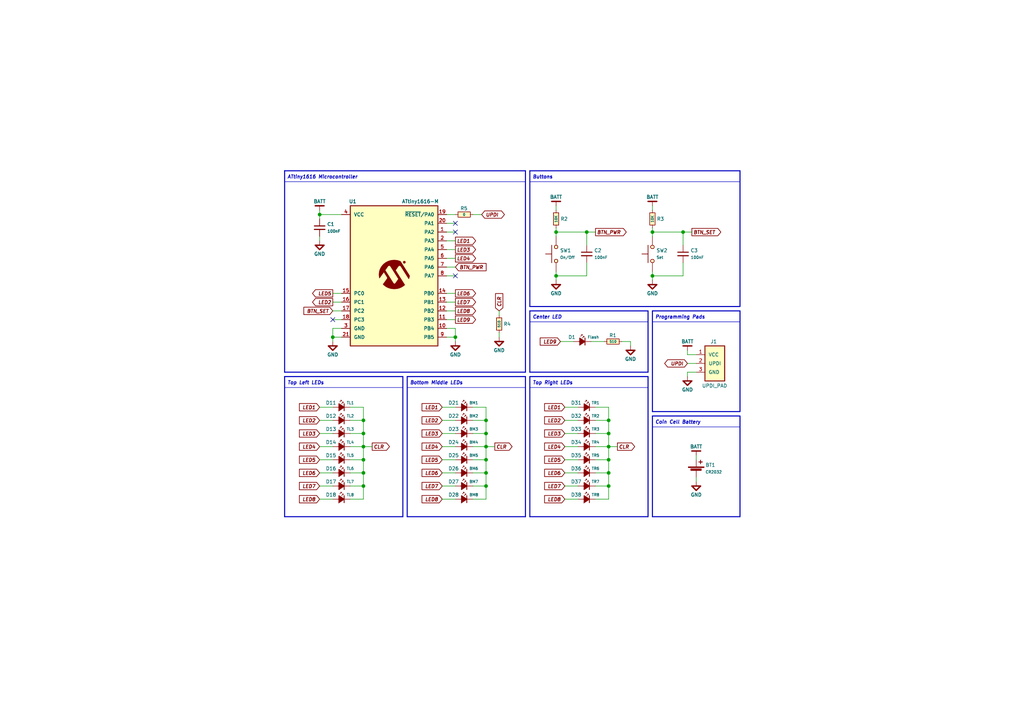
<source format=kicad_sch>
(kicad_sch (version 20211123) (generator eeschema)
  (paper "A4")
  (title_block (title "Flux Capacitor Micro") (date "2022-07-08") (rev "3.0A") (company "Curious Design Labs | Hojadurdy Durdygylyjov") (comment 1 "Micro version of Flux Capacitor from the movie Back to the Future") (comment 2 "CC BY-NC-SA 4.0"))
  (lib_symbols
    (symbol "HDLib_Connector:UPDI_PAD" (pin_names (offset 1))
      (property "Reference" "J" (at 0 6.35 0))
      (property "Value" "UPDI_PAD" (at 0.254 -6.477 0))
      (symbol "UPDI_PAD_1_1"
        (pin power_in line (at -5.08 2.54 0) (length 2.54) (name "VCC") (number "1"))
        (pin bidirectional line (at -5.08 0 0) (length 2.54) (name "UPDI") (number "2"))
        (pin power_in line (at -5.08 -2.54 0) (length 2.54) (name "GND") (number "3"))
      )
    )
    (symbol "HDLib_Device:Battery_Cell" (pin_numbers hide) (pin_names (offset 0) hide)
      (property "Reference" "BT" (at 2.667 1.016 0))
      (property "Value" "Battery_Cell" (at 2.667 -1.016 0))
      (symbol "Battery_Cell_1_1"
        (pin power_out line (at 0 2.54 270) (length 2.2) (name "+") (number "1"))
        (pin power_out line (at 0 -2.54 90) (length 2.2) (name "-") (number "2"))
      )
    )
    (symbol "HDLib_LED:LED_Small" (pin_numbers hide) (pin_names (offset 0.3) hide)
      (property "Reference" "D" (at 0 3.175 0))
      (property "Value" "LED_Small" (at 0 -2.159 0))
      (symbol "LED_Small_1_1"
        (pin passive line (at 2.54 0 180) (length 1.778) (name "K") (number "1"))
        (pin passive line (at -2.54 0 0) (length 1.778) (name "A") (number "2"))
      )
    )
    (symbol "HDLib_Microcontroller:ATtiny1616-M" (pin_names (offset 1))
      (property "Reference" "U" (at -13.081 21.59 0))
      (property "Value" "ATtiny1616-M" (at 12.954 21.59 0))
      (symbol "ATtiny1616-M_1_1"
        (pin bidirectional line (at 15.24 12.7 180) (length 2.54) (name "PA2") (number "1"))
        (pin bidirectional line (at 15.24 -15.24 180) (length 2.54) (name "PB4") (number "10"))
        (pin bidirectional line (at 15.24 -12.7 180) (length 2.54) (name "PB3") (number "11"))
        (pin bidirectional line (at 15.24 -10.16 180) (length 2.54) (name "PB2") (number "12"))
        (pin bidirectional line (at 15.24 -7.62 180) (length 2.54) (name "PB1") (number "13"))
        (pin bidirectional line (at 15.24 -5.08 180) (length 2.54) (name "PB0") (number "14"))
        (pin bidirectional line (at -15.24 -5.08 0) (length 2.54) (name "PC0") (number "15"))
        (pin bidirectional line (at -15.24 -7.62 0) (length 2.54) (name "PC1") (number "16"))
        (pin bidirectional line (at -15.24 -10.16 0) (length 2.54) (name "PC2") (number "17"))
        (pin bidirectional line (at -15.24 -12.7 0) (length 2.54) (name "PC3") (number "18"))
        (pin bidirectional line (at 15.24 17.78 180) (length 2.54) (name "~{RESET}/PA0") (number "19"))
        (pin bidirectional line (at 15.24 10.16 180) (length 2.54) (name "PA3") (number "2"))
        (pin bidirectional line (at 15.24 15.24 180) (length 2.54) (name "PA1") (number "20"))
        (pin power_in line (at -15.24 -17.78 0) (length 2.54) (name "GND") (number "21"))
        (pin power_in line (at -15.24 -15.24 0) (length 2.54) (name "GND") (number "3"))
        (pin power_in line (at -15.24 17.78 0) (length 2.54) (name "VCC") (number "4"))
        (pin bidirectional line (at 15.24 7.62 180) (length 2.54) (name "PA4") (number "5"))
        (pin bidirectional line (at 15.24 5.08 180) (length 2.54) (name "PA5") (number "6"))
        (pin bidirectional line (at 15.24 2.54 180) (length 2.54) (name "PA6") (number "7"))
        (pin bidirectional line (at 15.24 0 180) (length 2.54) (name "PA7") (number "8"))
        (pin bidirectional line (at 15.24 -17.78 180) (length 2.54) (name "PB5") (number "9"))
      )
    )
    (symbol "HDLib_Passives:C_Small" (pin_numbers hide) (pin_names (offset 0.254) hide)
      (property "Reference" "C" (at 2.159 1.016 0))
      (property "Value" "C_Small" (at 2.2098 -1.016 0))
      (symbol "C_Small_1_1"
        (pin passive line (at 0 2.54 270) (length 2.032) (name "~") (number "1"))
        (pin passive line (at 0 -2.54 90) (length 2.032) (name "~") (number "2"))
      )
    )
    (symbol "HDLib_Passives:R_Small" (pin_numbers hide) (pin_names (offset 0.254) hide)
      (property "Reference" "R" (at 1.27 0 0))
      (property "Value" "R_Small" (at 0 0 90))
      (symbol "R_Small_1_1"
        (pin passive line (at 0 2.54 270) (length 0.762) (name "~") (number "1"))
        (pin passive line (at 0 -2.54 90) (length 0.762) (name "~") (number "2"))
      )
    )
    (symbol "HDLib_PowerSymbol:BATT" (power) (pin_names (offset 0))
      (property "Value" "BATT" (at 0 2.54 0))
      (symbol "BATT_1_1"
        (pin power_in line (at 0 0 90) (length 0) hide (name "BATT") (number "1"))
      )
    )
    (symbol "HDLib_PowerSymbol:GND" (power) (pin_names (offset 0))
      (property "Value" "GND" (at 0 -3.81 0))
      (symbol "GND_1_1"
        (pin power_in line (at 0 0 270) (length 0) hide (name "GND") (number "1"))
      )
    )
    (symbol "HDLib_Switch:SW_Push" (pin_numbers hide) (pin_names (offset 1.016) hide)
      (property "Reference" "SW" (at 1.143 1.016 0))
      (property "Value" "SW_Push" (at 1.143 -1.016 0))
      (symbol "SW_Push_0_1"
        (pin passive line (at 0 -5.08 90) (length 2.54) (name "1") (number "1"))
        (pin passive line (at 0 5.08 270) (length 2.54) (name "2") (number "2"))
      )
    )
  )
  (junction (at 161.29 80.01))
  (junction (at 140.97 125.73))
  (junction (at 176.53 129.54))
  (junction (at 140.97 133.35))
  (junction (at 161.29 67.31))
  (junction (at 105.41 137.16))
  (junction (at 92.71 62.23))
  (junction (at 176.53 137.16))
  (junction (at 176.53 133.35))
  (junction (at 198.12 67.31))
  (junction (at 105.41 125.73))
  (junction (at 96.52 97.79))
  (junction (at 189.23 80.01))
  (junction (at 105.41 140.97))
  (junction (at 170.18 67.31))
  (junction (at 105.41 129.54))
  (junction (at 189.23 67.31))
  (junction (at 140.97 121.92))
  (junction (at 176.53 125.73))
  (junction (at 140.97 129.54))
  (junction (at 140.97 137.16))
  (junction (at 140.97 140.97))
  (junction (at 132.08 97.79))
  (junction (at 176.53 140.97))
  (junction (at 105.41 133.35))
  (junction (at 176.53 121.92))
  (junction (at 105.41 121.92))
  (no_connect (at 132.08 80.01))
  (no_connect (at 132.08 64.77))
  (no_connect (at 132.08 67.31))
  (no_connect (at 96.52 92.71))
  (wire (pts (xy 96.52 92.71) (xy 99.06 92.71)))
  (polyline (pts (xy 153.67 149.86) (xy 187.96 149.86)) (stroke (width 0.3) (type solid)))
  (polyline (pts (xy 214.63 120.65) (xy 214.63 149.86)) (stroke (width 0.3) (type solid)))
  (wire (pts (xy 163.83 118.11) (xy 167.64 118.11)))
  (polyline (pts (xy 153.67 93.345) (xy 187.96 93.345)) (stroke (width 0.15) (type solid)))
  (wire (pts (xy 96.52 97.79) (xy 99.06 97.79)))
  (wire (pts (xy 101.6 140.97) (xy 105.41 140.97)))
  (wire (pts (xy 198.12 80.01) (xy 189.23 80.01)))
  (wire (pts (xy 128.27 144.78) (xy 132.08 144.78)))
  (wire (pts (xy 132.08 95.25) (xy 132.08 97.79)))
  (wire (pts (xy 172.72 144.78) (xy 176.53 144.78)))
  (wire (pts (xy 163.83 125.73) (xy 167.64 125.73)))
  (wire (pts (xy 189.23 66.04) (xy 189.23 67.31)))
  (wire (pts (xy 161.29 80.01) (xy 161.29 81.28)))
  (wire (pts (xy 140.97 118.11) (xy 140.97 121.92)))
  (polyline (pts (xy 153.67 107.95) (xy 187.96 107.95)) (stroke (width 0.3) (type solid)))
  (wire (pts (xy 105.41 121.92) (xy 105.41 125.73)))
  (wire (pts (xy 176.53 118.11) (xy 176.53 121.92)))
  (wire (pts (xy 180.34 99.06) (xy 182.88 99.06)))
  (wire (pts (xy 172.72 133.35) (xy 176.53 133.35)))
  (wire (pts (xy 129.54 85.09) (xy 132.08 85.09)))
  (polyline (pts (xy 214.63 90.17) (xy 189.23 90.17)) (stroke (width 0.3) (type solid)))
  (wire (pts (xy 176.53 137.16) (xy 176.53 140.97)))
  (wire (pts (xy 172.72 125.73) (xy 176.53 125.73)))
  (wire (pts (xy 161.29 59.69) (xy 161.29 60.96)))
  (polyline (pts (xy 153.67 112.395) (xy 187.96 112.395)) (stroke (width 0.15) (type solid)))
  (wire (pts (xy 201.93 102.87) (xy 199.39 102.87)))
  (polyline (pts (xy 189.23 120.65) (xy 189.23 149.86)) (stroke (width 0.3) (type solid)))
  (wire (pts (xy 189.23 80.01) (xy 189.23 81.28)))
  (wire (pts (xy 132.08 97.79) (xy 132.08 99.06)))
  (wire (pts (xy 137.16 121.92) (xy 140.97 121.92)))
  (polyline (pts (xy 214.63 49.53) (xy 214.63 88.9)) (stroke (width 0.3) (type solid)))
  (wire (pts (xy 128.27 129.54) (xy 132.08 129.54)))
  (wire (pts (xy 128.27 125.73) (xy 132.08 125.73)))
  (wire (pts (xy 101.6 129.54) (xy 105.41 129.54)))
  (wire (pts (xy 172.72 129.54) (xy 176.53 129.54)))
  (wire (pts (xy 105.41 137.16) (xy 105.41 140.97)))
  (wire (pts (xy 172.72 121.92) (xy 176.53 121.92)))
  (wire (pts (xy 96.52 97.79) (xy 96.52 99.06)))
  (wire (pts (xy 189.23 80.01) (xy 189.23 78.74)))
  (polyline (pts (xy 82.55 49.53) (xy 82.55 107.95)) (stroke (width 0.3) (type solid)))
  (wire (pts (xy 137.16 133.35) (xy 140.97 133.35)))
  (wire (pts (xy 128.27 133.35) (xy 132.08 133.35)))
  (wire (pts (xy 198.12 76.2) (xy 198.12 80.01)))
  (wire (pts (xy 140.97 137.16) (xy 140.97 140.97)))
  (wire (pts (xy 163.83 144.78) (xy 167.64 144.78)))
  (wire (pts (xy 182.88 99.06) (xy 182.88 100.33)))
  (wire (pts (xy 163.83 133.35) (xy 167.64 133.35)))
  (polyline (pts (xy 153.67 52.705) (xy 214.63 52.705)) (stroke (width 0.15) (type solid)))
  (wire (pts (xy 176.53 133.35) (xy 176.53 137.16)))
  (polyline (pts (xy 118.11 109.22) (xy 118.11 149.86)) (stroke (width 0.3) (type solid)))
  (polyline (pts (xy 187.96 109.22) (xy 187.96 149.86)) (stroke (width 0.3) (type solid)))
  (polyline (pts (xy 118.11 112.395) (xy 152.4 112.395)) (stroke (width 0.15) (type solid)))
  (polyline (pts (xy 214.63 149.86) (xy 189.23 149.86)) (stroke (width 0.3) (type solid)))
  (wire (pts (xy 129.54 97.79) (xy 132.08 97.79)))
  (polyline (pts (xy 118.11 109.22) (xy 152.4 109.22)) (stroke (width 0.3) (type solid)))
  (wire (pts (xy 129.54 74.93) (xy 132.08 74.93)))
  (wire (pts (xy 96.52 90.17) (xy 99.06 90.17)))
  (wire (pts (xy 189.23 59.69) (xy 189.23 60.96)))
  (polyline (pts (xy 187.96 107.95) (xy 187.96 90.17)) (stroke (width 0.3) (type solid)))
  (wire (pts (xy 92.71 62.23) (xy 99.06 62.23)))
  (wire (pts (xy 172.72 118.11) (xy 176.53 118.11)))
  (polyline (pts (xy 116.84 109.22) (xy 116.84 149.86)) (stroke (width 0.3) (type solid)))
  (wire (pts (xy 92.71 68.58) (xy 92.71 69.85)))
  (wire (pts (xy 161.29 67.31) (xy 170.18 67.31)))
  (wire (pts (xy 105.41 133.35) (xy 105.41 137.16)))
  (wire (pts (xy 137.16 144.78) (xy 140.97 144.78)))
  (wire (pts (xy 199.39 107.95) (xy 199.39 109.22)))
  (wire (pts (xy 129.54 92.71) (xy 132.08 92.71)))
  (wire (pts (xy 92.71 129.54) (xy 96.52 129.54)))
  (polyline (pts (xy 153.67 49.53) (xy 153.67 88.9)) (stroke (width 0.3) (type solid)))
  (wire (pts (xy 101.6 125.73) (xy 105.41 125.73)))
  (wire (pts (xy 129.54 80.01) (xy 132.08 80.01)))
  (wire (pts (xy 128.27 121.92) (xy 132.08 121.92)))
  (wire (pts (xy 162.56 99.06) (xy 166.37 99.06)))
  (wire (pts (xy 170.18 67.31) (xy 170.18 71.12)))
  (wire (pts (xy 176.53 129.54) (xy 176.53 133.35)))
  (wire (pts (xy 96.52 85.09) (xy 99.06 85.09)))
  (polyline (pts (xy 187.96 90.17) (xy 153.67 90.17)) (stroke (width 0.3) (type solid)))
  (polyline (pts (xy 153.67 109.22) (xy 187.96 109.22)) (stroke (width 0.3) (type solid)))
  (wire (pts (xy 137.16 140.97) (xy 140.97 140.97)))
  (wire (pts (xy 92.71 125.73) (xy 96.52 125.73)))
  (wire (pts (xy 105.41 129.54) (xy 105.41 133.35)))
  (wire (pts (xy 199.39 105.41) (xy 201.93 105.41)))
  (wire (pts (xy 101.6 118.11) (xy 105.41 118.11)))
  (polyline (pts (xy 189.23 90.17) (xy 189.23 119.38)) (stroke (width 0.3) (type solid)))
  (wire (pts (xy 129.54 67.31) (xy 132.08 67.31)))
  (polyline (pts (xy 189.23 119.38) (xy 214.63 119.38)) (stroke (width 0.3) (type solid)))
  (wire (pts (xy 101.6 137.16) (xy 105.41 137.16)))
  (wire (pts (xy 105.41 118.11) (xy 105.41 121.92)))
  (polyline (pts (xy 82.55 109.22) (xy 116.84 109.22)) (stroke (width 0.3) (type solid)))
  (wire (pts (xy 140.97 129.54) (xy 143.51 129.54)))
  (wire (pts (xy 92.71 121.92) (xy 96.52 121.92)))
  (wire (pts (xy 199.39 102.87) (xy 199.39 101.6)))
  (wire (pts (xy 128.27 118.11) (xy 132.08 118.11)))
  (wire (pts (xy 92.71 63.5) (xy 92.71 62.23)))
  (wire (pts (xy 201.93 138.43) (xy 201.93 139.7)))
  (wire (pts (xy 140.97 125.73) (xy 140.97 129.54)))
  (wire (pts (xy 163.83 121.92) (xy 167.64 121.92)))
  (wire (pts (xy 201.93 132.08) (xy 201.93 133.35)))
  (wire (pts (xy 170.18 67.31) (xy 172.72 67.31)))
  (polyline (pts (xy 189.23 123.825) (xy 214.63 123.825)) (stroke (width 0.15) (type solid)))
  (polyline (pts (xy 82.55 149.86) (xy 116.84 149.86)) (stroke (width 0.3) (type solid)))
  (polyline (pts (xy 82.55 52.705) (xy 152.4 52.705)) (stroke (width 0.15) (type solid)))
  (wire (pts (xy 176.53 121.92) (xy 176.53 125.73)))
  (wire (pts (xy 137.16 125.73) (xy 140.97 125.73)))
  (wire (pts (xy 101.6 121.92) (xy 105.41 121.92)))
  (wire (pts (xy 189.23 68.58) (xy 189.23 67.31)))
  (wire (pts (xy 129.54 64.77) (xy 132.08 64.77)))
  (polyline (pts (xy 153.67 49.53) (xy 214.63 49.53)) (stroke (width 0.3) (type solid)))
  (wire (pts (xy 129.54 87.63) (xy 132.08 87.63)))
  (wire (pts (xy 92.71 118.11) (xy 96.52 118.11)))
  (polyline (pts (xy 214.63 120.65) (xy 189.23 120.65)) (stroke (width 0.3) (type solid)))
  (wire (pts (xy 137.16 62.23) (xy 139.7 62.23)))
  (wire (pts (xy 105.41 129.54) (xy 107.95 129.54)))
  (wire (pts (xy 176.53 140.97) (xy 176.53 144.78)))
  (wire (pts (xy 140.97 140.97) (xy 140.97 144.78)))
  (wire (pts (xy 129.54 77.47) (xy 132.08 77.47)))
  (wire (pts (xy 96.52 95.25) (xy 96.52 97.79)))
  (wire (pts (xy 198.12 67.31) (xy 200.66 67.31)))
  (wire (pts (xy 99.06 95.25) (xy 96.52 95.25)))
  (polyline (pts (xy 82.55 49.53) (xy 152.4 49.53)) (stroke (width 0.3) (type solid)))
  (wire (pts (xy 163.83 137.16) (xy 167.64 137.16)))
  (wire (pts (xy 198.12 67.31) (xy 198.12 71.12)))
  (wire (pts (xy 140.97 133.35) (xy 140.97 137.16)))
  (wire (pts (xy 201.93 107.95) (xy 199.39 107.95)))
  (wire (pts (xy 129.54 72.39) (xy 132.08 72.39)))
  (wire (pts (xy 189.23 67.31) (xy 198.12 67.31)))
  (wire (pts (xy 172.72 140.97) (xy 176.53 140.97)))
  (polyline (pts (xy 153.67 88.9) (xy 214.63 88.9)) (stroke (width 0.3) (type solid)))
  (wire (pts (xy 176.53 125.73) (xy 176.53 129.54)))
  (wire (pts (xy 129.54 69.85) (xy 132.08 69.85)))
  (polyline (pts (xy 152.4 49.53) (xy 152.4 107.95)) (stroke (width 0.3) (type solid)))
  (wire (pts (xy 128.27 140.97) (xy 132.08 140.97)))
  (wire (pts (xy 172.72 137.16) (xy 176.53 137.16)))
  (wire (pts (xy 140.97 121.92) (xy 140.97 125.73)))
  (wire (pts (xy 101.6 133.35) (xy 105.41 133.35)))
  (wire (pts (xy 129.54 90.17) (xy 132.08 90.17)))
  (wire (pts (xy 105.41 140.97) (xy 105.41 144.78)))
  (polyline (pts (xy 153.67 109.22) (xy 153.67 149.86)) (stroke (width 0.3) (type solid)))
  (polyline (pts (xy 153.67 90.17) (xy 153.67 107.95)) (stroke (width 0.3) (type solid)))
  (wire (pts (xy 137.16 118.11) (xy 140.97 118.11)))
  (wire (pts (xy 92.71 144.78) (xy 96.52 144.78)))
  (polyline (pts (xy 82.55 107.95) (xy 152.4 107.95)) (stroke (width 0.3) (type solid)))
  (wire (pts (xy 92.71 137.16) (xy 96.52 137.16)))
  (wire (pts (xy 101.6 144.78) (xy 105.41 144.78)))
  (wire (pts (xy 161.29 80.01) (xy 161.29 78.74)))
  (wire (pts (xy 105.41 125.73) (xy 105.41 129.54)))
  (polyline (pts (xy 189.23 93.345) (xy 214.63 93.345)) (stroke (width 0.15) (type solid)))
  (polyline (pts (xy 82.55 109.22) (xy 82.55 149.86)) (stroke (width 0.3) (type solid)))
  (wire (pts (xy 96.52 87.63) (xy 99.06 87.63)))
  (wire (pts (xy 170.18 80.01) (xy 161.29 80.01)))
  (wire (pts (xy 92.71 133.35) (xy 96.52 133.35)))
  (polyline (pts (xy 152.4 109.22) (xy 152.4 149.86)) (stroke (width 0.3) (type solid)))
  (wire (pts (xy 161.29 68.58) (xy 161.29 67.31)))
  (wire (pts (xy 140.97 129.54) (xy 140.97 133.35)))
  (wire (pts (xy 129.54 62.23) (xy 132.08 62.23)))
  (polyline (pts (xy 82.55 112.395) (xy 116.84 112.395)) (stroke (width 0.15) (type solid)))
  (wire (pts (xy 92.71 60.96) (xy 92.71 62.23)))
  (wire (pts (xy 144.78 90.17) (xy 144.78 91.44)))
  (wire (pts (xy 163.83 140.97) (xy 167.64 140.97)))
  (wire (pts (xy 170.18 76.2) (xy 170.18 80.01)))
  (wire (pts (xy 128.27 137.16) (xy 132.08 137.16)))
  (polyline (pts (xy 214.63 90.17) (xy 214.63 119.38)) (stroke (width 0.3) (type solid)))
  (wire (pts (xy 137.16 137.16) (xy 140.97 137.16)))
  (wire (pts (xy 171.45 99.06) (xy 175.26 99.06)))
  (wire (pts (xy 92.71 140.97) (xy 96.52 140.97)))
  (polyline (pts (xy 118.11 149.86) (xy 152.4 149.86)) (stroke (width 0.3) (type solid)))
  (wire (pts (xy 161.29 66.04) (xy 161.29 67.31)))
  (wire (pts (xy 137.16 129.54) (xy 140.97 129.54)))
  (wire (pts (xy 144.78 96.52) (xy 144.78 97.79)))
  (wire (pts (xy 129.54 95.25) (xy 132.08 95.25)))
  (wire (pts (xy 176.53 129.54) (xy 179.07 129.54)))
  (wire (pts (xy 163.83 129.54) (xy 167.64 129.54)))
  (text "Coin Cell Battery" (at 189.992 123.19 0) (effects (font (size 1 1) (thickness 0.2) bold italic) (justify left bottom)))
  (text "Center LED" (at 154.432 92.71 0) (effects (font (size 1 1) (thickness 0.2) bold italic) (justify left bottom)))
  (text "Top Right LEDs" (at 154.432 111.76 0) (effects (font (size 1 1) (thickness 0.2) bold italic) (justify left bottom)))
  (text "Bottom Middle LEDs" (at 118.872 111.76 0) (effects (font (size 1 1) (thickness 0.2) bold italic) (justify left bottom)))
  (text "Top Left LEDs" (at 83.312 111.76 0) (effects (font (size 1 1) (thickness 0.2) bold italic) (justify left bottom)))
  (text "Programming Pads" (at 189.992 92.71 0) (effects (font (size 1 1) (thickness 0.2) bold italic) (justify left bottom)))
  (text "ATtiny1616 Microcontroller" (at 83.312 52.07 0) (effects (font (size 1 1) (thickness 0.2) bold italic) (justify left bottom)))
  (text "Buttons" (at 154.432 52.07 0) (effects (font (size 1 1) (thickness 0.2) bold italic) (justify left bottom)))
  (global_label "LED3" (shape input) (at 163.83 125.73 180) (effects (font (size 1 1) (thickness 0.2) bold italic)) (property "Intersheet References" "${INTERSHEET_REFS}" (effects hide)))
  (global_label "LED8" (shape input) (at 128.27 144.78 180) (effects (font (size 1 1) (thickness 0.2) bold italic)) (property "Intersheet References" "${INTERSHEET_REFS}" (effects hide)))
  (global_label "LED3" (shape input) (at 128.27 125.73 180) (effects (font (size 1 1) (thickness 0.2) bold italic)) (property "Intersheet References" "${INTERSHEET_REFS}" (effects hide)))
  (global_label "LED7" (shape input) (at 128.27 140.97 180) (effects (font (size 1 1) (thickness 0.2) bold italic)) (property "Intersheet References" "${INTERSHEET_REFS}" (effects hide)))
  (global_label "LED4" (shape input) (at 128.27 129.54 180) (effects (font (size 1 1) (thickness 0.2) bold italic)) (property "Intersheet References" "${INTERSHEET_REFS}" (effects hide)))
  (global_label "LED8" (shape input) (at 163.83 144.78 180) (effects (font (size 1 1) (thickness 0.2) bold italic)) (property "Intersheet References" "${INTERSHEET_REFS}" (effects hide)))
  (global_label "LED1" (shape input) (at 128.27 118.11 180) (effects (font (size 1 1) (thickness 0.2) bold italic)) (property "Intersheet References" "${INTERSHEET_REFS}" (effects hide)))
  (global_label "LED4" (shape output) (at 132.08 74.93 0) (effects (font (size 1 1) (thickness 0.2) bold italic)) (property "Intersheet References" "${INTERSHEET_REFS}" (effects hide)))
  (global_label "LED3" (shape output) (at 132.08 72.39 0) (effects (font (size 1 1) (thickness 0.2) bold italic)) (property "Intersheet References" "${INTERSHEET_REFS}" (effects hide)))
  (global_label "LED2" (shape input) (at 163.83 121.92 180) (effects (font (size 1 1) (thickness 0.2) bold italic)) (property "Intersheet References" "${INTERSHEET_REFS}" (effects hide)))
  (global_label "BTN_PWR" (shape output) (at 172.72 67.31 0) (effects (font (size 1 1) (thickness 0.2) bold italic)) (property "Intersheet References" "${INTERSHEET_REFS}" (effects hide)))
  (global_label "LED2" (shape input) (at 92.71 121.92 180) (effects (font (size 1 1) (thickness 0.2) bold italic)) (property "Intersheet References" "${INTERSHEET_REFS}" (effects hide)))
  (global_label "LED5" (shape input) (at 92.71 133.35 180) (effects (font (size 1 1) (thickness 0.2) bold italic)) (property "Intersheet References" "${INTERSHEET_REFS}" (effects hide)))
  (global_label "LED1" (shape input) (at 92.71 118.11 180) (effects (font (size 1 1) (thickness 0.2) bold italic)) (property "Intersheet References" "${INTERSHEET_REFS}" (effects hide)))
  (global_label "LED2" (shape input) (at 128.27 121.92 180) (effects (font (size 1 1) (thickness 0.2) bold italic)) (property "Intersheet References" "${INTERSHEET_REFS}" (effects hide)))
  (global_label "LED2" (shape output) (at 96.52 87.63 180) (effects (font (size 1 1) (thickness 0.2) bold italic)) (property "Intersheet References" "${INTERSHEET_REFS}" (effects hide)))
  (global_label "BTN_SET" (shape output) (at 200.66 67.31 0) (effects (font (size 1 1) (thickness 0.2) bold italic)) (property "Intersheet References" "${INTERSHEET_REFS}" (effects hide)))
  (global_label "LED6" (shape input) (at 128.27 137.16 180) (effects (font (size 1 1) (thickness 0.2) bold italic)) (property "Intersheet References" "${INTERSHEET_REFS}" (effects hide)))
  (global_label "LED6" (shape input) (at 163.83 137.16 180) (effects (font (size 1 1) (thickness 0.2) bold italic)) (property "Intersheet References" "${INTERSHEET_REFS}" (effects hide)))
  (global_label "LED5" (shape input) (at 128.27 133.35 180) (effects (font (size 1 1) (thickness 0.2) bold italic)) (property "Intersheet References" "${INTERSHEET_REFS}" (effects hide)))
  (global_label "LED9" (shape output) (at 132.08 92.71 0) (effects (font (size 1 1) (thickness 0.2) bold italic)) (property "Intersheet References" "${INTERSHEET_REFS}" (effects hide)))
  (global_label "LED3" (shape input) (at 92.71 125.73 180) (effects (font (size 1 1) (thickness 0.2) bold italic)) (property "Intersheet References" "${INTERSHEET_REFS}" (effects hide)))
  (global_label "LED6" (shape input) (at 92.71 137.16 180) (effects (font (size 1 1) (thickness 0.2) bold italic)) (property "Intersheet References" "${INTERSHEET_REFS}" (effects hide)))
  (global_label "LED7" (shape input) (at 163.83 140.97 180) (effects (font (size 1 1) (thickness 0.2) bold italic)) (property "Intersheet References" "${INTERSHEET_REFS}" (effects hide)))
  (global_label "CLR" (shape output) (at 143.51 129.54 0) (effects (font (size 1 1) (thickness 0.2) bold italic)) (property "Intersheet References" "${INTERSHEET_REFS}" (effects hide)))
  (global_label "LED8" (shape input) (at 92.71 144.78 180) (effects (font (size 1 1) (thickness 0.2) bold italic)) (property "Intersheet References" "${INTERSHEET_REFS}" (effects hide)))
  (global_label "UPDI" (shape bidirectional) (at 139.7 62.23 0) (effects (font (size 1 1) (thickness 0.2) bold italic)) (property "Intersheet References" "${INTERSHEET_REFS}" (effects hide)))
  (global_label "LED8" (shape output) (at 132.08 90.17 0) (effects (font (size 1 1) (thickness 0.2) bold italic)) (property "Intersheet References" "${INTERSHEET_REFS}" (effects hide)))
  (global_label "CLR" (shape output) (at 107.95 129.54 0) (effects (font (size 1 1) (thickness 0.2) bold italic)) (property "Intersheet References" "${INTERSHEET_REFS}" (effects hide)))
  (global_label "LED7" (shape input) (at 92.71 140.97 180) (effects (font (size 1 1) (thickness 0.2) bold italic)) (property "Intersheet References" "${INTERSHEET_REFS}" (effects hide)))
  (global_label "UPDI" (shape bidirectional) (at 199.39 105.41 180) (effects (font (size 1 1) (thickness 0.2) bold italic)) (property "Intersheet References" "${INTERSHEET_REFS}" (effects hide)))
  (global_label "LED4" (shape input) (at 163.83 129.54 180) (effects (font (size 1 1) (thickness 0.2) bold italic)) (property "Intersheet References" "${INTERSHEET_REFS}" (effects hide)))
  (global_label "LED5" (shape output) (at 96.52 85.09 180) (effects (font (size 1 1) (thickness 0.2) bold italic)) (property "Intersheet References" "${INTERSHEET_REFS}" (effects hide)))
  (global_label "LED5" (shape input) (at 163.83 133.35 180) (effects (font (size 1 1) (thickness 0.2) bold italic)) (property "Intersheet References" "${INTERSHEET_REFS}" (effects hide)))
  (global_label "CLR" (shape input) (at 144.78 90.17 90) (effects (font (size 1 1) (thickness 0.2) bold italic)) (property "Intersheet References" "${INTERSHEET_REFS}" (effects hide)))
  (global_label "LED6" (shape output) (at 132.08 85.09 0) (effects (font (size 1 1) (thickness 0.2) bold italic)) (property "Intersheet References" "${INTERSHEET_REFS}" (effects hide)))
  (global_label "LED7" (shape output) (at 132.08 87.63 0) (effects (font (size 1 1) (thickness 0.2) bold italic)) (property "Intersheet References" "${INTERSHEET_REFS}" (effects hide)))
  (global_label "LED9" (shape input) (at 162.56 99.06 180) (effects (font (size 1 1) (thickness 0.2) bold italic)) (property "Intersheet References" "${INTERSHEET_REFS}" (effects hide)))
  (global_label "LED1" (shape output) (at 132.08 69.85 0) (effects (font (size 1 1) (thickness 0.2) bold italic)) (property "Intersheet References" "${INTERSHEET_REFS}" (effects hide)))
  (global_label "CLR" (shape output) (at 179.07 129.54 0) (effects (font (size 1 1) (thickness 0.2) bold italic)) (property "Intersheet References" "${INTERSHEET_REFS}" (effects hide)))
  (global_label "BTN_PWR" (shape input) (at 132.08 77.47 0) (effects (font (size 1 1) (thickness 0.2) bold italic)) (property "Intersheet References" "${INTERSHEET_REFS}" (effects hide)))
  (global_label "LED1" (shape input) (at 163.83 118.11 180) (effects (font (size 1 1) (thickness 0.2) bold italic)) (property "Intersheet References" "${INTERSHEET_REFS}" (effects hide)))
  (global_label "LED4" (shape input) (at 92.71 129.54 180) (effects (font (size 1 1) (thickness 0.2) bold italic)) (property "Intersheet References" "${INTERSHEET_REFS}" (effects hide)))
  (global_label "BTN_SET" (shape input) (at 96.52 90.17 180) (effects (font (size 1 1) (thickness 0.2) bold italic)) (property "Intersheet References" "${INTERSHEET_REFS}" (effects hide)))
  (symbol (lib_id "HDLib_Microcontroller:ATtiny1616-M") (at 114.3 80.01 0) (unit 1)
    (property "Reference" "U1" (at 101.219 58.42 0) (effects (font (size 1 1)) (justify left)))
    (property "Value" "ATtiny1616-M" (at 127.254 58.42 0) (effects (font (size 1 1)) (justify right)))
    (property "Footprint" "HDMod_Package_DFN_QFN:VQFN-20-1EP_3x3mm_P0.4mm_EP1.7x1.7mm" (effects hide))
    (property "Datasheet" "http://ww1.microchip.com/downloads/en/DeviceDoc/40001913A.pdf" (effects hide))
  )
  (symbol (lib_id "HDLib_PowerSymbol:BATT") (at 189.23 59.69 0) (unit 1)
    (property "Reference" "#PWR0103" (effects hide))
    (property "Value" "BATT" (at 189.23 57.15 0) (effects (font (size 1 1) bold)))
  )
  (symbol (lib_id "HDLib_LED:LED_Small") (at 99.06 137.16 0) (unit 1)
    (property "Reference" "D16" (at 96.012 135.89 0) (effects (font (size 1 1))))
    (property "Value" "TL6" (at 101.6 135.89 0) (effects (font (size 0.8 0.8))))
    (property "Footprint" "HDMod_LED_SMD:LED_0402_1005Metric" (effects hide))
  )
  (symbol (lib_id "HDLib_Passives:C_Small") (at 170.18 73.66 0) (unit 1)
    (property "Reference" "C2" (at 172.339 72.644 0) (effects (font (size 1 1)) (justify left)))
    (property "Value" "100nF" (at 172.3898 74.676 0) (effects (font (size 0.8 0.8)) (justify left)))
    (property "Footprint" "HDMod_Capacitor_SMD:C_0402_1005Metric" (effects hide))
  )
  (symbol (lib_id "HDLib_PowerSymbol:GND") (at 96.52 99.06 0) (unit 1)
    (property "Reference" "#PWR0112" (effects hide))
    (property "Value" "GND" (at 96.52 102.87 0) (effects (font (size 1 1) bold)))
  )
  (symbol (lib_id "HDLib_Passives:R_Small") (at 177.8 99.06 90) (unit 1)
    (property "Reference" "R1" (at 178.816 97.282 90) (effects (font (size 1 1)) (justify left)))
    (property "Value" "510" (at 177.8 99.06 90) (effects (font (size 0.7 0.7))))
    (property "Footprint" "HDMod_Resistor_SMD:R_0402_1005Metric" (effects hide))
  )
  (symbol (lib_id "HDLib_LED:LED_Small") (at 170.18 118.11 0) (unit 1)
    (property "Reference" "D31" (at 167.132 116.84 0) (effects (font (size 1 1))))
    (property "Value" "TR1" (at 172.72 116.84 0) (effects (font (size 0.8 0.8))))
    (property "Footprint" "HDMod_LED_SMD:LED_0402_1005Metric" (effects hide))
  )
  (symbol (lib_id "HDLib_LED:LED_Small") (at 99.06 121.92 0) (unit 1)
    (property "Reference" "D12" (at 96.012 120.65 0) (effects (font (size 1 1))))
    (property "Value" "TL2" (at 101.6 120.65 0) (effects (font (size 0.8 0.8))))
    (property "Footprint" "HDMod_LED_SMD:LED_0402_1005Metric" (effects hide))
  )
  (symbol (lib_id "HDLib_LED:LED_Small") (at 170.18 133.35 0) (unit 1)
    (property "Reference" "D35" (at 167.132 132.08 0) (effects (font (size 1 1))))
    (property "Value" "TR5" (at 172.72 132.08 0) (effects (font (size 0.8 0.8))))
    (property "Footprint" "HDMod_LED_SMD:LED_0402_1005Metric" (effects hide))
  )
  (symbol (lib_id "HDLib_PowerSymbol:BATT") (at 201.93 132.08 0) (unit 1)
    (property "Reference" "#PWR0106" (effects hide))
    (property "Value" "BATT" (at 201.93 129.54 0) (effects (font (size 1 1) bold)))
  )
  (symbol (lib_id "HDLib_Passives:R_Small") (at 134.62 62.23 90) (unit 1)
    (property "Reference" "R5" (at 135.636 60.452 90) (effects (font (size 1 1)) (justify left)))
    (property "Value" "0" (at 134.62 62.23 90) (effects (font (size 0.7 0.7))))
    (property "Footprint" "HDMod_Resistor_SMD:R_0402_1005Metric" (effects hide))
  )
  (symbol (lib_id "HDLib_PowerSymbol:GND") (at 199.39 109.22 0) (unit 1)
    (property "Reference" "#PWR0108" (effects hide))
    (property "Value" "GND" (at 199.39 113.03 0) (effects (font (size 1 1) bold)))
  )
  (symbol (lib_id "HDLib_LED:LED_Small") (at 99.06 144.78 0) (unit 1)
    (property "Reference" "D18" (at 96.012 143.51 0) (effects (font (size 1 1))))
    (property "Value" "TL8" (at 101.6 143.51 0) (effects (font (size 0.8 0.8))))
    (property "Footprint" "HDMod_LED_SMD:LED_0402_1005Metric" (effects hide))
  )
  (symbol (lib_id "HDLib_LED:LED_Small") (at 99.06 118.11 0) (unit 1)
    (property "Reference" "D11" (at 96.012 116.84 0) (effects (font (size 1 1))))
    (property "Value" "TL1" (at 101.6 116.84 0) (effects (font (size 0.8 0.8))))
    (property "Footprint" "HDMod_LED_SMD:LED_0402_1005Metric" (effects hide))
  )
  (symbol (lib_id "HDLib_LED:LED_Small") (at 170.18 125.73 0) (unit 1)
    (property "Reference" "D33" (at 167.132 124.46 0) (effects (font (size 1 1))))
    (property "Value" "TR3" (at 172.72 124.46 0) (effects (font (size 0.8 0.8))))
    (property "Footprint" "HDMod_LED_SMD:LED_0402_1005Metric" (effects hide))
  )
  (symbol (lib_id "HDLib_PowerSymbol:GND") (at 92.71 69.85 0) (unit 1)
    (property "Reference" "#PWR0111" (effects hide))
    (property "Value" "GND" (at 92.71 73.66 0) (effects (font (size 1 1) bold)))
  )
  (symbol (lib_id "HDLib_PowerSymbol:GND") (at 189.23 81.28 0) (unit 1)
    (property "Reference" "#PWR0105" (effects hide))
    (property "Value" "GND" (at 189.23 85.09 0) (effects (font (size 1 1) bold)))
  )
  (symbol (lib_id "HDLib_LED:LED_Small") (at 134.62 144.78 0) (unit 1)
    (property "Reference" "D28" (at 131.572 143.51 0) (effects (font (size 1 1))))
    (property "Value" "BM8" (at 137.414 143.51 0) (effects (font (size 0.8 0.8))))
    (property "Footprint" "HDMod_LED_SMD:LED_0402_1005Metric" (effects hide))
  )
  (symbol (lib_id "HDLib_LED:LED_Small") (at 99.06 129.54 0) (unit 1)
    (property "Reference" "D14" (at 96.012 128.27 0) (effects (font (size 1 1))))
    (property "Value" "TL4" (at 101.6 128.27 0) (effects (font (size 0.8 0.8))))
    (property "Footprint" "HDMod_LED_SMD:LED_0402_1005Metric" (effects hide))
  )
  (symbol (lib_id "HDLib_PowerSymbol:BATT") (at 92.71 60.96 0) (unit 1)
    (property "Reference" "#PWR0110" (effects hide))
    (property "Value" "BATT" (at 92.71 58.42 0) (effects (font (size 1 1) bold)))
  )
  (symbol (lib_id "HDLib_Passives:R_Small") (at 144.78 93.98 0) (unit 1)
    (property "Reference" "R4" (at 146.05 93.98 0) (effects (font (size 1 1)) (justify left)))
    (property "Value" "510" (at 144.78 93.98 90) (effects (font (size 0.7 0.7))))
    (property "Footprint" "HDMod_Resistor_SMD:R_0402_1005Metric" (effects hide))
  )
  (symbol (lib_id "HDLib_LED:LED_Small") (at 134.62 140.97 0) (unit 1)
    (property "Reference" "D27" (at 131.572 139.7 0) (effects (font (size 1 1))))
    (property "Value" "BM7" (at 137.414 139.7 0) (effects (font (size 0.8 0.8))))
    (property "Footprint" "HDMod_LED_SMD:LED_0402_1005Metric" (effects hide))
  )
  (symbol (lib_id "HDLib_LED:LED_Small") (at 99.06 140.97 0) (unit 1)
    (property "Reference" "D17" (at 96.012 139.7 0) (effects (font (size 1 1))))
    (property "Value" "TL7" (at 101.6 139.7 0) (effects (font (size 0.8 0.8))))
    (property "Footprint" "HDMod_LED_SMD:LED_0402_1005Metric" (effects hide))
  )
  (symbol (lib_id "HDLib_PowerSymbol:GND") (at 144.78 97.79 0) (unit 1)
    (property "Reference" "#PWR0102" (effects hide))
    (property "Value" "GND" (at 144.78 101.6 0) (effects (font (size 1 1) bold)))
  )
  (symbol (lib_id "HDLib_Passives:R_Small") (at 161.29 63.5 0) (unit 1)
    (property "Reference" "R2" (at 162.56 63.5 0) (effects (font (size 1 1)) (justify left)))
    (property "Value" "10K" (at 161.29 63.5 90) (effects (font (size 0.7 0.7))))
    (property "Footprint" "HDMod_Resistor_SMD:R_0402_1005Metric" (effects hide))
  )
  (symbol (lib_id "HDLib_Switch:SW_Push") (at 189.23 73.66 0) (unit 1)
    (property "Reference" "SW2" (at 190.373 72.644 0) (effects (font (size 1 1)) (justify left)))
    (property "Value" "Set" (at 190.373 74.676 0) (effects (font (size 0.8 0.8)) (justify left)))
    (property "Footprint" "HDMod_Switch_SMD:K2-1809SN-D4DW-06" (effects hide))
  )
  (symbol (lib_id "HDLib_Device:Battery_Cell") (at 201.93 135.89 0) (unit 1)
    (property "Reference" "BT1" (at 204.597 134.874 0) (effects (font (size 1 1)) (justify left)))
    (property "Value" "CR2032" (at 204.597 136.906 0) (effects (font (size 0.8 0.8)) (justify left)))
    (property "Footprint" "HDMod_Battery_Holder_SMD:MY-2016-02" (effects hide))
  )
  (symbol (lib_id "HDLib_LED:LED_Small") (at 170.18 140.97 0) (unit 1)
    (property "Reference" "D37" (at 167.132 139.7 0) (effects (font (size 1 1))))
    (property "Value" "TR7" (at 172.72 139.7 0) (effects (font (size 0.8 0.8))))
    (property "Footprint" "HDMod_LED_SMD:LED_0402_1005Metric" (effects hide))
  )
  (symbol (lib_id "HDLib_LED:LED_Small") (at 170.18 137.16 0) (unit 1)
    (property "Reference" "D36" (at 167.132 135.89 0) (effects (font (size 1 1))))
    (property "Value" "TR6" (at 172.72 135.89 0) (effects (font (size 0.8 0.8))))
    (property "Footprint" "HDMod_LED_SMD:LED_0402_1005Metric" (effects hide))
  )
  (symbol (lib_id "HDLib_LED:LED_Small") (at 134.62 133.35 0) (unit 1)
    (property "Reference" "D25" (at 131.572 132.08 0) (effects (font (size 1 1))))
    (property "Value" "BM5" (at 137.414 132.08 0) (effects (font (size 0.8 0.8))))
    (property "Footprint" "HDMod_LED_SMD:LED_0402_1005Metric" (effects hide))
  )
  (symbol (lib_id "HDLib_LED:LED_Small") (at 134.62 125.73 0) (unit 1)
    (property "Reference" "D23" (at 131.572 124.46 0) (effects (font (size 1 1))))
    (property "Value" "BM3" (at 137.414 124.46 0) (effects (font (size 0.8 0.8))))
    (property "Footprint" "HDMod_LED_SMD:LED_0402_1005Metric" (effects hide))
  )
  (symbol (lib_id "HDLib_LED:LED_Small") (at 99.06 133.35 0) (unit 1)
    (property "Reference" "D15" (at 96.012 132.08 0) (effects (font (size 1 1))))
    (property "Value" "TL5" (at 101.6 132.08 0) (effects (font (size 0.8 0.8))))
    (property "Footprint" "HDMod_LED_SMD:LED_0402_1005Metric" (effects hide))
  )
  (symbol (lib_id "HDLib_PowerSymbol:GND") (at 182.88 100.33 0) (unit 1)
    (property "Reference" "#PWR0113" (effects hide))
    (property "Value" "GND" (at 182.88 104.14 0) (effects (font (size 1 1) bold)))
  )
  (symbol (lib_id "HDLib_Passives:C_Small") (at 198.12 73.66 0) (unit 1)
    (property "Reference" "C3" (at 200.279 72.644 0) (effects (font (size 1 1)) (justify left)))
    (property "Value" "100nF" (at 200.3298 74.676 0) (effects (font (size 0.8 0.8)) (justify left)))
    (property "Footprint" "HDMod_Capacitor_SMD:C_0402_1005Metric" (effects hide))
  )
  (symbol (lib_id "HDLib_LED:LED_Small") (at 134.62 137.16 0) (unit 1)
    (property "Reference" "D26" (at 131.572 135.89 0) (effects (font (size 1 1))))
    (property "Value" "BM6" (at 137.414 135.89 0) (effects (font (size 0.8 0.8))))
    (property "Footprint" "HDMod_LED_SMD:LED_0402_1005Metric" (effects hide))
  )
  (symbol (lib_id "HDLib_LED:LED_Small") (at 170.18 129.54 0) (unit 1)
    (property "Reference" "D34" (at 167.132 128.27 0) (effects (font (size 1 1))))
    (property "Value" "TR4" (at 172.72 128.27 0) (effects (font (size 0.8 0.8))))
    (property "Footprint" "HDMod_LED_SMD:LED_0402_1005Metric" (effects hide))
  )
  (symbol (lib_id "HDLib_LED:LED_Small") (at 170.18 144.78 0) (unit 1)
    (property "Reference" "D38" (at 167.132 143.51 0) (effects (font (size 1 1))))
    (property "Value" "TR8" (at 172.72 143.51 0) (effects (font (size 0.8 0.8))))
    (property "Footprint" "HDMod_LED_SMD:LED_0402_1005Metric" (effects hide))
  )
  (symbol (lib_id "HDLib_Connector:UPDI_PAD") (at 207.01 105.41 0) (unit 1)
    (property "Reference" "J1" (at 207.01 99.06 0) (effects (font (size 1 1))))
    (property "Value" "UPDI_PAD" (at 207.264 111.887 0) (effects (font (size 1 1))))
    (property "Footprint" "HDMod_Testing_and_Programming_PAD:PogoPad_1x03_P1.27mm" (effects hide))
    (property "Datasheet" " ~" (effects hide))
  )
  (symbol (lib_id "HDLib_LED:LED_Small") (at 134.62 118.11 0) (unit 1)
    (property "Reference" "D21" (at 131.572 116.84 0) (effects (font (size 1 1))))
    (property "Value" "BM1" (at 137.414 116.84 0) (effects (font (size 0.8 0.8))))
    (property "Footprint" "HDMod_LED_SMD:LED_0402_1005Metric" (effects hide))
  )
  (symbol (lib_id "HDLib_LED:LED_Small") (at 134.62 121.92 0) (unit 1)
    (property "Reference" "D22" (at 131.572 120.65 0) (effects (font (size 1 1))))
    (property "Value" "BM2" (at 137.414 120.65 0) (effects (font (size 0.8 0.8))))
    (property "Footprint" "HDMod_LED_SMD:LED_0402_1005Metric" (effects hide))
  )
  (symbol (lib_id "HDLib_PowerSymbol:GND") (at 132.08 99.06 0) (unit 1)
    (property "Reference" "#PWR0114" (effects hide))
    (property "Value" "GND" (at 132.08 102.87 0) (effects (font (size 1 1) bold)))
  )
  (symbol (lib_id "HDLib_PowerSymbol:BATT") (at 199.39 101.6 0) (unit 1)
    (property "Reference" "#PWR0107" (effects hide))
    (property "Value" "BATT" (at 199.39 99.06 0) (effects (font (size 1 1) bold)))
  )
  (symbol (lib_id "HDLib_LED:LED_Small") (at 168.91 99.06 0) (unit 1)
    (property "Reference" "D1" (at 165.862 97.79 0) (effects (font (size 1 1))))
    (property "Value" "Flash" (at 172.085 97.79 0) (effects (font (size 0.8 0.8))))
    (property "Footprint" "HDMod_LED_SMD:LED_0402_1005Metric" (effects hide))
  )
  (symbol (lib_id "HDLib_LED:LED_Small") (at 99.06 125.73 0) (unit 1)
    (property "Reference" "D13" (at 96.012 124.46 0) (effects (font (size 1 1))))
    (property "Value" "TL3" (at 101.6 124.46 0) (effects (font (size 0.8 0.8))))
    (property "Footprint" "HDMod_LED_SMD:LED_0402_1005Metric" (effects hide))
  )
  (symbol (lib_id "HDLib_PowerSymbol:BATT") (at 161.29 59.69 0) (unit 1)
    (property "Reference" "#PWR0104" (effects hide))
    (property "Value" "BATT" (at 161.29 57.15 0) (effects (font (size 1 1) bold)))
  )
  (symbol (lib_id "HDLib_Passives:C_Small") (at 92.71 66.04 0) (unit 1)
    (property "Reference" "C1" (at 94.869 65.024 0) (effects (font (size 1 1)) (justify left)))
    (property "Value" "100nF" (at 94.9198 67.056 0) (effects (font (size 0.8 0.8)) (justify left)))
    (property "Footprint" "HDMod_Capacitor_SMD:C_0402_1005Metric" (effects hide))
  )
  (symbol (lib_id "HDLib_LED:LED_Small") (at 134.62 129.54 0) (unit 1)
    (property "Reference" "D24" (at 131.572 128.27 0) (effects (font (size 1 1))))
    (property "Value" "BM4" (at 137.414 128.27 0) (effects (font (size 0.8 0.8))))
    (property "Footprint" "HDMod_LED_SMD:LED_0402_1005Metric" (effects hide))
  )
  (symbol (lib_id "HDLib_PowerSymbol:GND") (at 201.93 139.7 0) (unit 1)
    (property "Reference" "#PWR0109" (effects hide))
    (property "Value" "GND" (at 201.93 143.51 0) (effects (font (size 1 1) bold)))
  )
  (symbol (lib_id "HDLib_Passives:R_Small") (at 189.23 63.5 0) (unit 1)
    (property "Reference" "R3" (at 190.5 63.5 0) (effects (font (size 1 1)) (justify left)))
    (property "Value" "10K" (at 189.23 63.5 90) (effects (font (size 0.7 0.7))))
    (property "Footprint" "HDMod_Resistor_SMD:R_0402_1005Metric" (effects hide))
  )
  (symbol (lib_id "HDLib_PowerSymbol:GND") (at 161.29 81.28 0) (unit 1)
    (property "Reference" "#PWR0101" (effects hide))
    (property "Value" "GND" (at 161.29 85.09 0) (effects (font (size 1 1) bold)))
  )
  (symbol (lib_id "HDLib_Switch:SW_Push") (at 161.29 73.66 0) (unit 1)
    (property "Reference" "SW1" (at 162.433 72.644 0) (effects (font (size 1 1)) (justify left)))
    (property "Value" "On/Off" (at 162.433 74.676 0) (effects (font (size 0.8 0.8)) (justify left)))
    (property "Footprint" "HDMod_Switch_SMD:K2-1809SN-D4DW-06" (effects hide))
  )
  (symbol (lib_id "HDLib_LED:LED_Small") (at 170.18 121.92 0) (unit 1)
    (property "Reference" "D32" (at 167.132 120.65 0) (effects (font (size 1 1))))
    (property "Value" "TR2" (at 172.72 120.65 0) (effects (font (size 0.8 0.8))))
    (property "Footprint" "HDMod_LED_SMD:LED_0402_1005Metric" (effects hide))
  )
)
</source>
